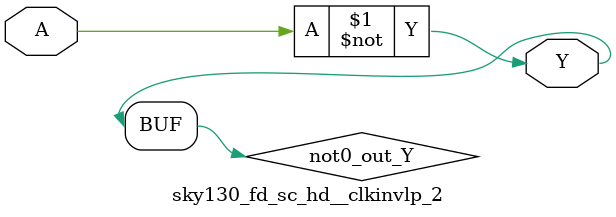
<source format=v>
/*
 * Copyright 2020 The SkyWater PDK Authors
 *
 * Licensed under the Apache License, Version 2.0 (the "License");
 * you may not use this file except in compliance with the License.
 * You may obtain a copy of the License at
 *
 *     https://www.apache.org/licenses/LICENSE-2.0
 *
 * Unless required by applicable law or agreed to in writing, software
 * distributed under the License is distributed on an "AS IS" BASIS,
 * WITHOUT WARRANTIES OR CONDITIONS OF ANY KIND, either express or implied.
 * See the License for the specific language governing permissions and
 * limitations under the License.
 *
 * SPDX-License-Identifier: Apache-2.0
*/


`ifndef SKY130_FD_SC_HD__CLKINVLP_2_FUNCTIONAL_V
`define SKY130_FD_SC_HD__CLKINVLP_2_FUNCTIONAL_V

/**
 * clkinvlp: Lower power Clock tree inverter.
 *
 * Verilog simulation functional model.
 */

`timescale 1ns / 1ps
`default_nettype none

`celldefine
module sky130_fd_sc_hd__clkinvlp_2 (
    Y,
    A
);

    // Module ports
    output Y;
    input  A;

    // Local signals
    wire not0_out_Y;

    //  Name  Output      Other arguments
    not not0 (not0_out_Y, A              );
    buf buf0 (Y         , not0_out_Y     );

endmodule
`endcelldefine

`default_nettype wire
`endif  // SKY130_FD_SC_HD__CLKINVLP_2_FUNCTIONAL_V

</source>
